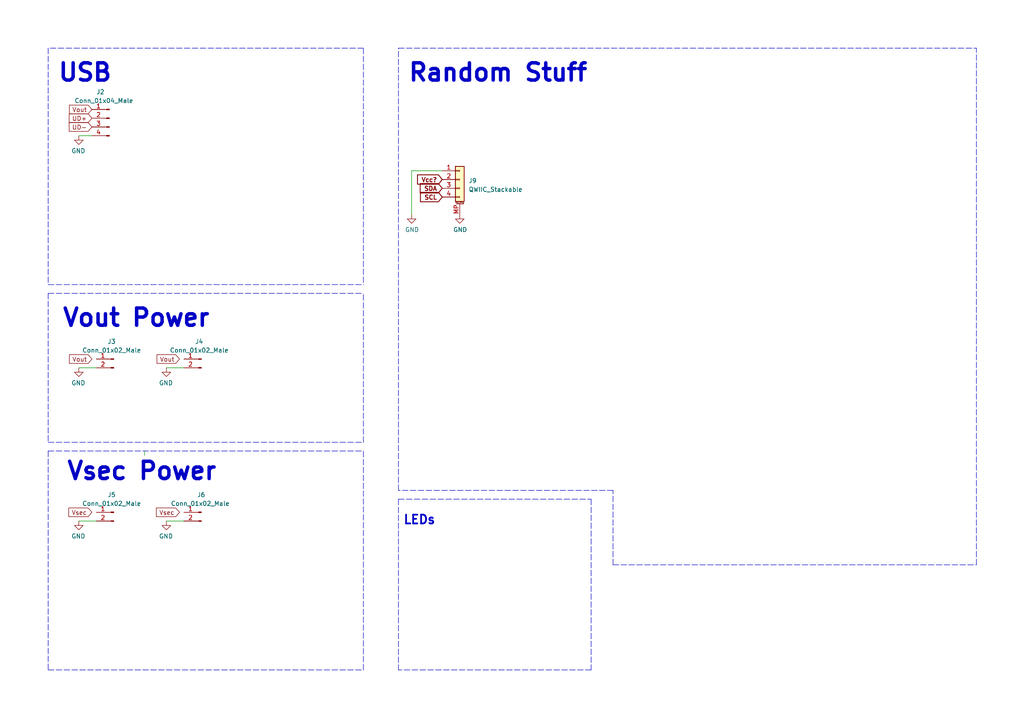
<source format=kicad_sch>
(kicad_sch (version 20211123) (generator eeschema)
  (paper "A4")
  (title_block (title "Prototype Board") (rev "0.0.1") (company "The Nerd Mage"))
  (lib_symbols
    (symbol "Connector:Conn_01x02_Male" (pin_names (offset 1.016) hide)
      (property "Reference" "J" (at 0 2.54 0))
      (property "Value" "Conn_01x02_Male" (at 0 -5.08 0))
      (symbol "Conn_01x02_Male_1_1"
        (polyline (pts (xy 1.27 -2.54) (xy 0.8636 -2.54)) (stroke (width 0.1524)))
        (polyline (pts (xy 1.27 0) (xy 0.8636 0)) (stroke (width 0.1524)))
        (rectangle (start 0.8636 -2.413) (end 0 -2.667) (stroke (width 0.1524)) (fill (type outline)))
        (rectangle (start 0.8636 0.127) (end 0 -0.127) (stroke (width 0.1524)) (fill (type outline)))
        (pin passive line (at 5.08 0 180) (length 3.81) (name "Pin_1") (number "1"))
        (pin passive line (at 5.08 -2.54 180) (length 3.81) (name "Pin_2") (number "2"))
      )
    )
    (symbol "Connector:Conn_01x04_Male" (pin_names (offset 1.016) hide)
      (property "Reference" "J" (at 0 5.08 0))
      (property "Value" "Conn_01x04_Male" (at 0 -7.62 0))
      (symbol "Conn_01x04_Male_1_1"
        (polyline (pts (xy 1.27 -5.08) (xy 0.8636 -5.08)) (stroke (width 0.1524)))
        (polyline (pts (xy 1.27 -2.54) (xy 0.8636 -2.54)) (stroke (width 0.1524)))
        (polyline (pts (xy 1.27 0) (xy 0.8636 0)) (stroke (width 0.1524)))
        (polyline (pts (xy 1.27 2.54) (xy 0.8636 2.54)) (stroke (width 0.1524)))
        (rectangle (start 0.8636 -4.953) (end 0 -5.207) (stroke (width 0.1524)) (fill (type outline)))
        (rectangle (start 0.8636 -2.413) (end 0 -2.667) (stroke (width 0.1524)) (fill (type outline)))
        (rectangle (start 0.8636 0.127) (end 0 -0.127) (stroke (width 0.1524)) (fill (type outline)))
        (rectangle (start 0.8636 2.667) (end 0 2.413) (stroke (width 0.1524)) (fill (type outline)))
        (pin passive line (at 5.08 2.54 180) (length 3.81) (name "Pin_1") (number "1"))
        (pin passive line (at 5.08 0 180) (length 3.81) (name "Pin_2") (number "2"))
        (pin passive line (at 5.08 -2.54 180) (length 3.81) (name "Pin_3") (number "3"))
        (pin passive line (at 5.08 -5.08 180) (length 3.81) (name "Pin_4") (number "4"))
      )
    )
    (symbol "Connector_QWIIC_Stackable:QWIIC_Stackable" (pin_names (offset 1.016) hide)
      (property "Reference" "J" (at 0 5.08 0))
      (property "Value" "QWIIC_Stackable" (at 1.27 -7.62 0))
      (symbol "QWIIC_Stackable_1_1"
        (rectangle (start -1.27 -4.953) (end 0 -5.207) (stroke (width 0.1524)))
        (rectangle (start -1.27 -2.413) (end 0 -2.667) (stroke (width 0.1524)))
        (rectangle (start -1.27 0.127) (end 0 -0.127) (stroke (width 0.1524)))
        (rectangle (start -1.27 2.667) (end 0 2.413) (stroke (width 0.1524)))
        (rectangle (start -1.27 3.81) (end 1.27 -6.35) (stroke (width 0.254)) (fill (type background)))
        (polyline (pts (xy -1.016 -7.112) (xy 1.016 -7.112)) (stroke (width 0.1524)))
        (text "Mounting" (at 0 -6.731 0) (effects (font (size 0.381 0.381))))
        (pin passive line (at -5.08 2.54 0) (length 3.81) (name "Pin_1") (number "1"))
        (pin passive line (at -5.08 0 0) (length 3.81) (name "Pin_2") (number "2"))
        (pin passive line (at -5.08 -2.54 0) (length 3.81) (name "Pin_3") (number "3"))
        (pin passive line (at -5.08 -5.08 0) (length 3.81) (name "Pin_4") (number "4"))
        (pin passive line (at 0 -10.16 90) (length 3.048) (name "MountPin") (number "MP"))
      )
    )
    (symbol "power:GND" (power) (pin_names (offset 0))
      (property "Value" "GND" (at 0 -3.81 0))
      (symbol "GND_0_1"
        (polyline (pts (xy 0 0) (xy 0 -1.27) (xy 1.27 -1.27) (xy 0 -2.54) (xy -1.27 -1.27) (xy 0 -1.27)))
      )
      (symbol "GND_1_1"
        (pin power_in line (at 0 0 270) (length 0) hide (name "GND") (number "1"))
      )
    )
  )
  (polyline (pts (xy 115.57 144.78) (xy 171.45 144.78)))
  (polyline (pts (xy 105.41 13.97) (xy 105.41 82.55)))
  (polyline (pts (xy 105.41 13.97) (xy 13.97 13.97)))
  (polyline (pts (xy 13.97 128.27) (xy 105.41 128.27)))
  (polyline (pts (xy 115.57 144.78) (xy 115.57 194.31)))
  (polyline (pts (xy 105.41 128.27) (xy 105.41 85.09)))
  (wire (pts (xy 128.27 49.53) (xy 119.38 49.53)))
  (polyline (pts (xy 13.97 130.81) (xy 105.41 130.81)))
  (polyline (pts (xy 13.97 85.09) (xy 13.97 128.27)))
  (polyline (pts (xy 171.45 194.31) (xy 115.57 194.31)))
  (polyline (pts (xy 13.97 194.31) (xy 105.41 194.31)))
  (wire (pts (xy 26.67 39.37) (xy 22.86 39.37)))
  (polyline (pts (xy 13.97 82.55) (xy 105.41 82.55)))
  (polyline (pts (xy 115.57 142.24) (xy 115.57 13.97)))
  (polyline (pts (xy 105.41 194.31) (xy 105.41 130.81)))
  (polyline (pts (xy 13.97 130.81) (xy 13.97 194.31)))
  (polyline (pts (xy 115.57 13.97) (xy 283.21 13.97)))
  (polyline (pts (xy 177.8 142.24) (xy 115.57 142.24)))
  (polyline (pts (xy 13.97 13.97) (xy 13.97 82.55)))
  (wire (pts (xy 48.26 106.68) (xy 53.34 106.68)))
  (wire (pts (xy 22.86 106.68) (xy 27.94 106.68)))
  (polyline (pts (xy 177.8 163.83) (xy 177.8 142.24)))
  (wire (pts (xy 41.91 132.08) (xy 41.91 130.81)))
  (wire (pts (xy 48.26 151.13) (xy 53.34 151.13)))
  (polyline (pts (xy 177.8 163.83) (xy 283.21 163.83)))
  (wire (pts (xy 119.38 49.53) (xy 119.38 62.23)))
  (polyline (pts (xy 171.45 144.78) (xy 171.45 194.31)))
  (polyline (pts (xy 283.21 163.83) (xy 283.21 13.97)))
  (polyline (pts (xy 13.97 85.09) (xy 105.41 85.09)))
  (wire (pts (xy 22.86 151.13) (xy 27.94 151.13)))
  (text "Vsec Power" (at 19.05 139.7 0) (effects (font (size 5 5) (thickness 1) bold) (justify left bottom)))
  (text "Vout Power" (at 17.78 95.25 0) (effects (font (size 5 5) (thickness 1) bold) (justify left bottom)))
  (text "USB" (at 16.51 24.13 0) (effects (font (size 5 5) (thickness 1) bold) (justify left bottom)))
  (text "Random Stuff" (at 118.11 24.13 0) (effects (font (size 5 5) (thickness 1) bold) (justify left bottom)))
  (text "LEDs" (at 116.84 152.4 180) (effects (font (size 2.54 2.54) (thickness 0.508) bold) (justify left bottom)))
  (global_label "Vcc?" (shape input) (at 128.27 52.07 180) (effects (font (thickness 0.254) bold)) (property "Intersheet References" "${INTERSHEET_REFS}" (effects hide)))
  (global_label "Vout" (shape input) (at 26.67 31.75 180) (property "Intersheet References" "${INTERSHEET_REFS}" (effects hide)))
  (global_label "Vout" (shape input) (at 26.67 104.14 180) (property "Intersheet References" "${INTERSHEET_REFS}" (effects hide)))
  (global_label "Vout" (shape input) (at 52.07 104.14 180) (property "Intersheet References" "${INTERSHEET_REFS}" (effects hide)))
  (global_label "Vsec" (shape input) (at 26.67 148.59 180) (property "Intersheet References" "${INTERSHEET_REFS}" (effects hide)))
  (global_label "UD-" (shape input) (at 26.67 36.83 180) (property "Intersheet References" "${INTERSHEET_REFS}" (effects hide)))
  (global_label "SDA" (shape input) (at 128.27 54.61 180) (effects (font bold)) (property "Intersheet References" "${INTERSHEET_REFS}" (effects hide)))
  (global_label "SCL" (shape input) (at 128.27 57.15 180) (effects (font (thickness 0.254) bold)) (property "Intersheet References" "${INTERSHEET_REFS}" (effects hide)))
  (global_label "Vsec" (shape input) (at 52.07 148.59 180) (property "Intersheet References" "${INTERSHEET_REFS}" (effects hide)))
  (global_label "UD+" (shape input) (at 26.67 34.29 180) (property "Intersheet References" "${INTERSHEET_REFS}" (effects hide)))
  (symbol (lib_id "Connector:Conn_01x02_Male") (at 33.02 104.14 0) (mirror y) (unit 1) (in_bom no)
    (property "Reference" "J3" (at 32.385 99.06 0))
    (property "Value" "Conn_01x02_Male" (at 32.385 101.6 0))
    (property "Footprint" "Tinker:PinHeader_1x02_P2.54mm_Vertical" (effects hide))
  )
  (symbol (lib_id "power:GND") (at 22.86 39.37 0) (mirror y) (unit 1)
    (property "Reference" "#PWR0106" (effects hide))
    (property "Value" "GND" (at 22.733 43.7642 0))
  )
  (symbol (lib_id "Connector:Conn_01x02_Male") (at 58.42 104.14 0) (mirror y) (unit 1) (in_bom no)
    (property "Reference" "J4" (at 57.785 99.06 0))
    (property "Value" "Conn_01x02_Male" (at 57.785 101.6 0))
    (property "Footprint" "Tinker:PinHeader_1x02_P2.54mm_Vertical" (effects hide))
  )
  (symbol (lib_id "power:GND") (at 22.86 106.68 0) (mirror y) (unit 1)
    (property "Reference" "#PWR0104" (effects hide))
    (property "Value" "GND" (at 22.733 111.0742 0))
  )
  (symbol (lib_id "power:GND") (at 48.26 151.13 0) (mirror y) (unit 1)
    (property "Reference" "#PWR0101" (effects hide))
    (property "Value" "GND" (at 48.133 155.5242 0))
  )
  (symbol (lib_id "power:GND") (at 48.26 106.68 0) (mirror y) (unit 1)
    (property "Reference" "#PWR0102" (effects hide))
    (property "Value" "GND" (at 48.133 111.0742 0))
  )
  (symbol (lib_id "power:GND") (at 22.86 151.13 0) (mirror y) (unit 1)
    (property "Reference" "#PWR0120" (effects hide))
    (property "Value" "GND" (at 22.733 155.5242 0))
  )
  (symbol (lib_id "Connector_QWIIC_Stackable:QWIIC_Stackable") (at 133.35 52.07 0) (unit 1) (in_bom no)
    (property "Reference" "J9" (at 135.89 52.4255 0) (effects (justify left)))
    (property "Value" "QWIIC_Stackable" (at 135.89 54.9655 0) (effects (justify left)))
    (property "Footprint" "Tinker:QWIIC_Stackable" (effects hide))
  )
  (symbol (lib_id "Connector:Conn_01x02_Male") (at 58.42 148.59 0) (mirror y) (unit 1) (in_bom no)
    (property "Reference" "J6" (at 57.15 143.51 0) (effects (justify right)))
    (property "Value" "Conn_01x02_Male" (at 49.53 146.05 0) (effects (justify right)))
    (property "Footprint" "Tinker:PinHeader_1x02_P2.54mm_Vertical" (effects hide))
  )
  (symbol (lib_id "Connector:Conn_01x04_Male") (at 31.75 34.29 0) (mirror y) (unit 1) (in_bom no)
    (property "Reference" "J2" (at 27.94 26.67 0) (effects (justify right)))
    (property "Value" "Conn_01x04_Male" (at 21.59 29.21 0) (effects (justify right)))
    (property "Footprint" "Tinker:PinHeader_1x04_P2.54mm_Vertical" (effects hide))
  )
  (symbol (lib_id "power:GND") (at 133.35 62.23 0) (unit 1)
    (property "Reference" "#PWR0123" (effects hide))
    (property "Value" "GND" (at 133.477 66.6242 0))
  )
  (symbol (lib_id "power:GND") (at 119.38 62.23 0) (unit 1)
    (property "Reference" "#PWR0124" (effects hide))
    (property "Value" "GND" (at 119.507 66.6242 0))
  )
  (symbol (lib_id "Connector:Conn_01x02_Male") (at 33.02 148.59 0) (mirror y) (unit 1) (in_bom no)
    (property "Reference" "J5" (at 32.385 143.51 0))
    (property "Value" "Conn_01x02_Male" (at 32.385 146.05 0))
    (property "Footprint" "Tinker:PinHeader_1x02_P2.54mm_Vertical" (effects hide))
  )
)
</source>
